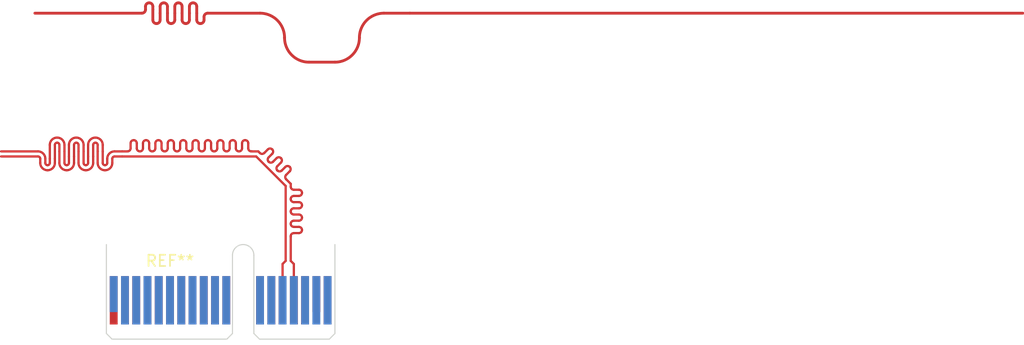
<source format=kicad_pcb>
(kicad_pcb (version 20211014) (generator pcbnew)
  (layers (0 "F.Cu" signal) (31 "B.Cu" signal) (34 "B.Paste" user) (35 "F.Paste" user) (36 "B.SilkS" user "B.Silkscreen") (37 "F.SilkS" user "F.Silkscreen") (38 "B.Mask" user) (39 "F.Mask" user) (44 "Edge.Cuts" user))
  (net 0 "")
  (net 1 "TEST_N")
  (net 2 "TEST_P")
  (footprint "Connector_PCBEdge:BUS_PCIexpress_x1" (layer "F.Cu") (at 73.5 110.75)
    (fp_text reference "REF**" (at 5 -3.5) (layer "F.SilkS"))
    (fp_text value "BUS_PCIexpress_x1")
    (fp_line (start 10.55 -4) (end 10.55 2.95) (layer "Edge.Cuts") (width 0.1))
    (fp_line (start 19.65 2.95) (end 19.15 3.45) (layer "Edge.Cuts") (width 0.1))
    (fp_line (start 12.45 -4) (end 12.45 2.95) (layer "Edge.Cuts") (width 0.1))
    (fp_line (start -0.15 3.45) (end 10.05 3.45) (layer "Edge.Cuts") (width 0.1))
    (fp_line (start 12.95 3.45) (end 19.15 3.45) (layer "Edge.Cuts") (width 0.1))
    (fp_line (start 12.45 2.95) (end 12.95 3.45) (layer "Edge.Cuts") (width 0.1))
    (fp_line (start 19.65 -4.95) (end 19.65 2.95) (layer "Edge.Cuts") (width 0.1))
    (fp_line (start -0.65 -4.95) (end -0.65 2.95) (layer "Edge.Cuts") (width 0.1))
    (fp_line (start -0.65 2.95) (end -0.15 3.45) (layer "Edge.Cuts") (width 0.1))
    (fp_line (start 10.55 2.95) (end 10.05 3.45) (layer "Edge.Cuts") (width 0.1))
    (fp_arc (start 10.55 -4) (mid 11.5 -4.95) (end 12.45 -4) (layer "Edge.Cuts") (width 0.1))
    (pad "A1" connect rect locked (at 0 -0.55) (size 0.7 3.2) (layers "B.Cu" "B.Mask"))
    (pad "A2" connect rect locked (at 1 0) (size 0.7 4.3) (layers "B.Cu" "B.Mask"))
    (pad "A3" connect rect locked (at 2 0) (size 0.7 4.3) (layers "B.Cu" "B.Mask"))
    (pad "A4" connect rect locked (at 3 0) (size 0.7 4.3) (layers "B.Cu" "B.Mask"))
    (pad "A5" connect rect locked (at 4 0) (size 0.7 4.3) (layers "B.Cu" "B.Mask"))
    (pad "A6" connect rect locked (at 5 0) (size 0.7 4.3) (layers "B.Cu" "B.Mask"))
    (pad "A7" connect rect locked (at 6 0) (size 0.7 4.3) (layers "B.Cu" "B.Mask"))
    (pad "A8" connect rect locked (at 7 0) (size 0.7 4.3) (layers "B.Cu" "B.Mask"))
    (pad "A9" connect rect locked (at 8 0) (size 0.7 4.3) (layers "B.Cu" "B.Mask"))
    (pad "A10" connect rect locked (at 9 0) (size 0.7 4.3) (layers "B.Cu" "B.Mask"))
    (pad "A11" connect rect locked (at 10 0) (size 0.7 4.3) (layers "B.Cu" "B.Mask"))
    (pad "A12" connect rect locked (at 13 0) (size 0.7 4.3) (layers "B.Cu" "B.Mask"))
    (pad "A13" connect rect locked (at 14 0) (size 0.7 4.3) (layers "B.Cu" "B.Mask"))
    (pad "A14" connect rect locked (at 15 0) (size 0.7 4.3) (layers "B.Cu" "B.Mask"))
    (pad "A15" connect rect locked (at 16 0) (size 0.7 4.3) (layers "B.Cu" "B.Mask"))
    (pad "A16" connect rect locked (at 17 0) (size 0.7 4.3) (layers "B.Cu" "B.Mask"))
    (pad "A17" connect rect locked (at 18 0) (size 0.7 4.3) (layers "B.Cu" "B.Mask"))
    (pad "A18" connect rect locked (at 19 0) (size 0.7 4.3) (layers "B.Cu" "B.Mask"))
    (pad "B1" connect rect locked (at 0 0) (size 0.7 4.3) (layers "F.Cu" "F.Mask"))
    (pad "B2" connect rect locked (at 1 0) (size 0.7 4.3) (layers "F.Cu" "F.Mask"))
    (pad "B3" connect rect locked (at 2 0) (size 0.7 4.3) (layers "F.Cu" "F.Mask"))
    (pad "B4" connect rect locked (at 3 0) (size 0.7 4.3) (layers "F.Cu" "F.Mask"))
    (pad "B5" connect rect locked (at 4 0) (size 0.7 4.3) (layers "F.Cu" "F.Mask"))
    (pad "B6" connect rect locked (at 5 0) (size 0.7 4.3) (layers "F.Cu" "F.Mask"))
    (pad "B7" connect rect locked (at 6 0) (size 0.7 4.3) (layers "F.Cu" "F.Mask"))
    (pad "B8" connect rect locked (at 7 0) (size 0.7 4.3) (layers "F.Cu" "F.Mask"))
    (pad "B9" connect rect locked (at 8 0) (size 0.7 4.3) (layers "F.Cu" "F.Mask"))
    (pad "B10" connect rect locked (at 9 0) (size 0.7 4.3) (layers "F.Cu" "F.Mask"))
    (pad "B11" connect rect locked (at 10 0) (size 0.7 4.3) (layers "F.Cu" "F.Mask"))
    (pad "B12" connect rect locked (at 13 0) (size 0.7 4.3) (layers "F.Cu" "F.Mask"))
    (pad "B13" connect rect locked (at 14 0) (size 0.7 4.3) (layers "F.Cu" "F.Mask"))
    (pad "B14" connect rect locked (at 15 0) (size 0.7 4.3) (layers "F.Cu" "F.Mask") (net 1 "TEST_N"))
    (pad "B15" connect rect locked (at 16 0) (size 0.7 4.3) (layers "F.Cu" "F.Mask") (net 2 "TEST_P"))
    (pad "B16" connect rect locked (at 17 0) (size 0.7 4.3) (layers "F.Cu" "F.Mask"))
    (pad "B17" connect rect locked (at 18 -0.55) (size 0.7 3.2) (layers "F.Cu" "F.Mask"))
    (pad "B18" connect rect locked (at 19 0) (size 0.7 4.3) (layers "F.Cu" "F.Mask"))
  )
  (segment (start 79.575 85.25) (end 79.575 85.847553) (width 0.25) (layer "F.Cu") (net 0))
  (segment (start 77.625 85.847553) (end 77.625 85.25) (width 0.25) (layer "F.Cu") (net 0))
  (segment (start 81.525 85.847553) (end 81.525 85.575) (width 0.25) (layer "F.Cu") (net 0))
  (segment (start 78.925 85.847553) (end 78.925 85.25) (width 0.25) (layer "F.Cu") (net 0))
  (segment (start 80.225 85.847553) (end 80.225 85.25) (width 0.25) (layer "F.Cu") (net 0))
  (segment (start 81.85 85.25) (end 86.5 85.25) (width 0.25) (layer "F.Cu") (net 0))
  (segment (start 77.625 85.25) (end 77.625 84.652447) (width 0.25) (layer "F.Cu") (net 0))
  (segment (start 76.975 84.925) (end 76.975 85.847553) (width 0.25) (layer "F.Cu") (net 0))
  (segment (start 76.975 84.652447) (end 76.975 84.925) (width 0.25) (layer "F.Cu") (net 0))
  (segment (start 90.85 89.6) (end 93.15 89.6) (width 0.25) (layer "F.Cu") (net 0))
  (segment (start 97.5 85.25) (end 99.8 85.25) (width 0.25) (layer "F.Cu") (net 0))
  (segment (start 80.875 85.25) (end 80.875 85.847553) (width 0.25) (layer "F.Cu") (net 0))
  (segment (start 66.5 85.25) (end 76 85.25) (width 0.25) (layer "F.Cu") (net 0))
  (segment (start 99.8 85.25) (end 154.25 85.25) (width 0.25) (layer "F.Cu") (net 0))
  (segment (start 78.275 84.652447) (end 78.275 85.25) (width 0.25) (layer "F.Cu") (net 0))
  (segment (start 78.275 85.25) (end 78.275 85.847553) (width 0.25) (layer "F.Cu") (net 0))
  (segment (start 80.875 84.652447) (end 80.875 85.25) (width 0.25) (layer "F.Cu") (net 0))
  (segment (start 79.575 84.652447) (end 79.575 85.25) (width 0.25) (layer "F.Cu") (net 0))
  (segment (start 80.225 85.25) (end 80.225 84.652447) (width 0.25) (layer "F.Cu") (net 0))
  (segment (start 76.325 84.925) (end 76.325 84.652447) (width 0.25) (layer "F.Cu") (net 0))
  (segment (start 78.925 85.25) (end 78.925 84.652447) (width 0.25) (layer "F.Cu") (net 0))
  (arc (start 78.6 86.172553) (mid 78.82981 86.077363) (end 78.925 85.847553) (width 0.25) (layer "F.Cu") (net 0))
  (arc (start 79.25 84.327447) (mid 79.47981 84.422637) (end 79.575 84.652447) (width 0.25) (layer "F.Cu") (net 0))
  (arc (start 77.3 86.172553) (mid 77.52981 86.077363) (end 77.625 85.847553) (width 0.25) (layer "F.Cu") (net 0))
  (arc (start 77.625 84.652447) (mid 77.72019 84.422637) (end 77.95 84.327447) (width 0.25) (layer "F.Cu") (net 0))
  (arc (start 93.15 89.6) (mid 94.687957 88.962957) (end 95.325 87.425) (width 0.25) (layer "F.Cu") (net 0))
  (arc (start 88.675 87.425) (mid 89.312043 88.962957) (end 90.85 89.6) (width 0.25) (layer "F.Cu") (net 0))
  (arc (start 76.325 84.652447) (mid 76.42019 84.422637) (end 76.65 84.327447) (width 0.25) (layer "F.Cu") (net 0))
  (arc (start 80.55 84.327447) (mid 80.77981 84.422637) (end 80.875 84.652447) (width 0.25) (layer "F.Cu") (net 0))
  (arc (start 80.225 84.652447) (mid 80.32019 84.422637) (end 80.55 84.327447) (width 0.25) (layer "F.Cu") (net 0))
  (arc (start 81.525 85.575) (mid 81.62019 85.34519) (end 81.85 85.25) (width 0.25) (layer "F.Cu") (net 0))
  (arc (start 76.975 85.847553) (mid 77.07019 86.077363) (end 77.3 86.172553) (width 0.25) (layer "F.Cu") (net 0))
  (arc (start 95.325 87.425) (mid 95.962043 85.887043) (end 97.5 85.25) (width 0.25) (layer "F.Cu") (net 0))
  (arc (start 86.5 85.25) (mid 88.037957 85.887043) (end 88.675 87.425) (width 0.25) (layer "F.Cu") (net 0))
  (arc (start 80.875 85.847553) (mid 80.97019 86.077363) (end 81.2 86.172553) (width 0.25) (layer "F.Cu") (net 0))
  (arc (start 77.95 84.327447) (mid 78.17981 84.422637) (end 78.275 84.652447) (width 0.25) (layer "F.Cu") (net 0))
  (arc (start 78.925 84.652447) (mid 79.02019 84.422637) (end 79.25 84.327447) (width 0.25) (layer "F.Cu") (net 0))
  (arc (start 81.2 86.172553) (mid 81.42981 86.077363) (end 81.525 85.847553) (width 0.25) (layer "F.Cu") (net 0))
  (arc (start 79.575 85.847553) (mid 79.67019 86.077363) (end 79.9 86.172553) (width 0.25) (layer "F.Cu") (net 0))
  (arc (start 76.65 84.327447) (mid 76.87981 84.422637) (end 76.975 84.652447) (width 0.25) (layer "F.Cu") (net 0))
  (arc (start 79.9 86.172553) (mid 80.12981 86.077363) (end 80.225 85.847553) (width 0.25) (layer "F.Cu") (net 0))
  (arc (start 76 85.25) (mid 76.22981 85.15481) (end 76.325 84.925) (width 0.25) (layer "F.Cu") (net 0))
  (arc (start 78.275 85.847553) (mid 78.37019 86.077363) (end 78.6 86.172553) (width 0.25) (layer "F.Cu") (net 0))
  (segment (start 71.675 98.55) (end 71.675 97.975) (width 0.2) (layer "F.Cu") (net 1))
  (segment (start 86.1568 97.975) (end 88.775 100.5932) (width 0.2) (layer "F.Cu") (net 1))
  (segment (start 72.075 96.95) (end 72.075 97.525) (width 0.2) (layer "F.Cu") (net 1))
  (segment (start 88.775 107.249999) (end 88.5 107.524999) (width 0.2) (layer "F.Cu") (net 1))
  (segment (start 70.375 96.95) (end 70.375 97.525) (width 0.2) (layer "F.Cu") (net 1))
  (segment (start 73.375 98.55) (end 73.375 98.175) (width 0.2) (layer "F.Cu") (net 1))
  (segment (start 66.975 98.175) (end 66.975 98.55) (width 0.2) (layer "F.Cu") (net 1))
  (segment (start 71.675 97.975) (end 71.675 96.95) (width 0.2) (layer "F.Cu") (net 1))
  (segment (start 69.975 97.975) (end 69.975 96.95) (width 0.2) (layer "F.Cu") (net 1))
  (segment (start 68.275 98.175) (end 68.275 96.95) (width 0.2) (layer "F.Cu") (net 1))
  (segment (start 88.775 100.5932) (end 88.775 107.249999) (width 0.2) (layer "F.Cu") (net 1))
  (segment (start 70.375 97.525) (end 70.375 98.55) (width 0.2) (layer "F.Cu") (net 1))
  (segment (start 69.975 98.55) (end 69.975 97.975) (width 0.2) (layer "F.Cu") (net 1))
  (segment (start 68.675 96.95) (end 68.675 97.525) (width 0.2) (layer "F.Cu") (net 1))
  (segment (start 68.275 98.55) (end 68.275 98.175) (width 0.2) (layer "F.Cu") (net 1))
  (segment (start 63.5 97.975) (end 66.775 97.975) (width 0.2) (layer "F.Cu") (net 1))
  (segment (start 73.575 97.975) (end 74.250366 97.975) (width 0.2) (layer "F.Cu") (net 1))
  (segment (start 72.075 97.525) (end 72.075 98.55) (width 0.2) (layer "F.Cu") (net 1))
  (segment (start 88.5 107.524999) (end 88.5 110.75) (width 0.2) (layer "F.Cu") (net 1))
  (segment (start 68.675 97.525) (end 68.675 98.55) (width 0.2) (layer "F.Cu") (net 1))
  (segment (start 74.250366 97.975) (end 86.1568 97.975) (width 0.2) (layer "F.Cu") (net 1))
  (arc (start 71.875 96.75) (mid 72.016421 96.808579) (end 72.075 96.95) (width 0.2) (layer "F.Cu") (net 1))
  (arc (start 66.775 97.975) (mid 66.916421 98.033579) (end 66.975 98.175) (width 0.2) (layer "F.Cu") (net 1))
  (arc (start 71.675 96.95) (mid 71.733579 96.808579) (end 71.875 96.75) (width 0.2) (layer "F.Cu") (net 1))
  (arc (start 69.325 99.2) (mid 69.784619 99.009619) (end 69.975 98.55) (width 0.2) (layer "F.Cu") (net 1))
  (arc (start 72.075 98.55) (mid 72.265381 99.009619) (end 72.725 99.2) (width 0.2) (layer "F.Cu") (net 1))
  (arc (start 70.175 96.75) (mid 70.316421 96.808579) (end 70.375 96.95) (width 0.2) (layer "F.Cu") (net 1))
  (arc (start 67.625 99.2) (mid 68.084619 99.009619) (end 68.275 98.55) (width 0.2) (layer "F.Cu") (net 1))
  (arc (start 71.025 99.2) (mid 71.484619 99.009619) (end 71.675 98.55) (width 0.2) (layer "F.Cu") (net 1))
  (arc (start 72.725 99.2) (mid 73.184619 99.009619) (end 73.375 98.55) (width 0.2) (layer "F.Cu") (net 1))
  (arc (start 73.375 98.175) (mid 73.433579 98.033579) (end 73.575 97.975) (width 0.2) (layer "F.Cu") (net 1))
  (arc (start 68.275 96.95) (mid 68.333579 96.808579) (end 68.475 96.75) (width 0.2) (layer "F.Cu") (net 1))
  (arc (start 66.975 98.55) (mid 67.165381 99.009619) (end 67.625 99.2) (width 0.2) (layer "F.Cu") (net 1))
  (arc (start 68.675 98.55) (mid 68.865381 99.009619) (end 69.325 99.2) (width 0.2) (layer "F.Cu") (net 1))
  (arc (start 68.475 96.75) (mid 68.616421 96.808579) (end 68.675 96.95) (width 0.2) (layer "F.Cu") (net 1))
  (arc (start 69.975 96.95) (mid 70.033579 96.808579) (end 70.175 96.75) (width 0.2) (layer "F.Cu") (net 1))
  (arc (start 70.375 98.55) (mid 70.565381 99.009619) (end 71.025 99.2) (width 0.2) (layer "F.Cu") (net 1))
  (segment (start 69.125 97.525) (end 69.125 98.55) (width 0.2) (layer "F.Cu") (net 2))
  (segment (start 86.873528 97.66642) (end 87.191727 97.348222) (width 0.2) (layer "F.Cu") (net 2))
  (segment (start 67.825 98.55) (end 67.825 98.175) (width 0.2) (layer "F.Cu") (net 2))
  (segment (start 69.125 96.95) (end 69.125 97.525) (width 0.2) (layer "F.Cu") (net 2))
  (segment (start 88.429163 99.222053) (end 88.429162 99.222054) (width 0.2) (layer "F.Cu") (net 2))
  (segment locked (start 81.05 96.8) (end 81.05 97.25) (width 0.2) (layer "F.Cu") (net 2))
  (segment locked (start 81.6 97.25) (end 81.6 96.8) (width 0.2) (layer "F.Cu") (net 2))
  (segment (start 89.5 102.0318) (end 89.95 102.0318) (width 0.2) (layer "F.Cu") (net 2))
  (segment (start 87.262435 98.444235) (end 87.262437 98.444237) (width 0.2) (layer "F.Cu") (net 2))
  (segment (start 89.95 103.6818) (end 89.5 103.6818) (width 0.2) (layer "F.Cu") (net 2))
  (segment (start 69.525 97.975) (end 69.525 96.95) (width 0.2) (layer "F.Cu") (net 2))
  (segment locked (start 83.25 96.8) (end 83.25 97.25) (width 0.2) (layer "F.Cu") (net 2))
  (segment (start 89.225 105.0568) (end 89.225 105.1068) (width 0.2) (layer "F.Cu") (net 2))
  (segment (start 73.575 97.525) (end 74.250366 97.525) (width 0.2) (layer "F.Cu") (net 2))
  (segment locked (start 84.35 96.8) (end 84.35 97.25) (width 0.2) (layer "F.Cu") (net 2))
  (segment (start 87.580634 97.737131) (end 87.580635 97.73713) (width 0.2) (layer "F.Cu") (net 2))
  (segment (start 89.136269 99.292764) (end 88.818069 99.610961) (width 0.2) (layer "F.Cu") (net 2))
  (segment (start 89.225 100.4068) (end 89.225 100.6568) (width 0.2) (layer "F.Cu") (net 2))
  (segment (start 88.429162 99.222054) (end 88.747361 98.903856) (width 0.2) (layer "F.Cu") (net 2))
  (segment (start 69.525 98.55) (end 69.525 97.975) (width 0.2) (layer "F.Cu") (net 2))
  (segment locked (start 77.75 96.8) (end 77.75 97.25) (width 0.2) (layer "F.Cu") (net 2))
  (segment locked (start 82.7 97.25) (end 82.7 96.8) (width 0.2) (layer "F.Cu") (net 2))
  (segment locked (start 77.2 97.25) (end 77.2 96.8) (width 0.2) (layer "F.Cu") (net 2))
  (segment (start 88.358453 98.12604) (end 88.358452 98.126039) (width 0.2) (layer "F.Cu") (net 2))
  (segment locked (start 74.250366 97.525) (end 74.725 97.525) (width 0.2) (layer "F.Cu") (net 2))
  (segment locked (start 84.9 97.25) (end 84.9 96.8) (width 0.2) (layer "F.Cu") (net 2))
  (segment locked (start 85.45 96.8) (end 85.45 97.25) (width 0.2) (layer "F.Cu") (net 2))
  (segment locked (start 79.4 97.25) (end 79.4 96.8) (width 0.2) (layer "F.Cu") (net 2))
  (segment (start 67.825 98.175) (end 67.825 96.95) (width 0.2) (layer "F.Cu") (net 2))
  (segment (start 89.95 101.4818) (end 89.5 101.4818) (width 0.2) (layer "F.Cu") (net 2))
  (segment (start 89.136268 99.292765) (end 89.136269 99.292764) (width 0.2) (layer "F.Cu") (net 2))
  (segment (start 89.95 104.7818) (end 89.5 104.7818) (width 0.2) (layer "F.Cu") (net 2))
  (segment (start 88.040252 99.222052) (end 88.040254 99.222054) (width 0.2) (layer "F.Cu") (net 2))
  (segment (start 88.040253 99.222053) (end 88.040252 99.222052) (width 0.2) (layer "F.Cu") (net 2))
  (segment (start 87.651346 98.444236) (end 87.651345 98.444237) (width 0.2) (layer "F.Cu") (net 2))
  (segment (start 85.775 97.525) (end 86.3432 97.525) (width 0.2) (layer "F.Cu") (net 2))
  (segment locked (start 78.3 97.25) (end 78.3 96.8) (width 0.2) (layer "F.Cu") (net 2))
  (segment (start 70.825 96.95) (end 70.825 97.525) (width 0.2) (layer "F.Cu") (net 2))
  (segment (start 86.873529 97.666419) (end 86.873528 97.66642) (width 0.2) (layer "F.Cu") (net 2))
  (segment (start 63.5 97.525) (end 66.775 97.525) (width 0.2) (layer "F.Cu") (net 2))
  (segment locked (start 78.85 96.8) (end 78.85 97.25) (width 0.2) (layer "F.Cu") (net 2))
  (segment locked (start 76.65 96.8) (end 76.65 97.25) (width 0.2) (layer "F.Cu") (net 2))
  (segment (start 89.225 107.249999) (end 89.5 107.524999) (width 0.2) (layer "F.Cu") (net 2))
  (segment (start 89.5 107.524999) (end 89.5 110.75) (width 0.2) (layer "F.Cu") (net 2))
  (segment (start 86.3432 97.525) (end 86.48462 97.66642) (width 0.2) (layer "F.Cu") (net 2))
  (segment (start 87.262436 98.444236) (end 87.262435 98.444235) (width 0.2) (layer "F.Cu") (net 2))
  (segment (start 72.525 96.95) (end 72.525 97.525) (width 0.2) (layer "F.Cu") (net 2))
  (segment locked (start 80.5 97.25) (end 80.5 96.8) (width 0.2) (layer "F.Cu") (net 2))
  (segment (start 88.818069 99.999869) (end 89.225 100.4068) (width 0.2) (layer "F.Cu") (net 2))
  (segment (start 89.225 105.1068) (end 89.225 107.249999) (width 0.2) (layer "F.Cu") (net 2))
  (segment (start 88.81807 99.99987) (end 88.818069 99.999869) (width 0.2) (layer "F.Cu") (net 2))
  (segment (start 89.13627 98.903857) (end 89.136269 98.903856) (width 0.2) (layer "F.Cu") (net 2))
  (segment (start 70.825 97.525) (end 70.825 98.55) (width 0.2) (layer "F.Cu") (net 2))
  (segment (start 88.358451 98.514948) (end 88.358452 98.514947) (width 0.2) (layer "F.Cu") (net 2))
  (segment (start 89.95 102.5818) (end 89.5 102.5818) (width 0.2) (layer "F.Cu") (net 2))
  (segment (start 72.525 97.525) (end 72.525 98.55) (width 0.2) (layer "F.Cu") (net 2))
  (segment (start 89.5 104.2318) (end 89.95 104.2318) (width 0.2) (layer "F.Cu") (net 2))
  (segment locked (start 83.8 97.25) (end 83.8 96.8) (width 0.2) (layer "F.Cu") (net 2))
  (segment (start 88.358452 98.514947) (end 88.040252 98.833144) (width 0.2) (layer "F.Cu") (net 2))
  (segment (start 89.5 103.1318) (end 89.95 103.1318) (width 0.2) (layer "F.Cu") (net 2))
  (segment locked (start 76.1 97.25) (end 76.1 96.8) (width 0.2) (layer "F.Cu") (net 2))
  (segment (start 87.580636 97.348223) (end 87.580635 97.348222) (width 0.2) (layer "F.Cu") (net 2))
  (segment locked (start 82.15 96.8) (end 82.15 97.25) (width 0.2) (layer "F.Cu") (net 2))
  (segment (start 72.925 98.55) (end 72.925 98.175) (width 0.2) (layer "F.Cu") (net 2))
  (segment (start 89.5 100.9318) (end 89.95 100.9318) (width 0.2) (layer "F.Cu") (net 2))
  (segment locked (start 79.95 96.8) (end 79.95 97.25) (width 0.2) (layer "F.Cu") (net 2))
  (segment locked (start 75.55 96.8) (end 75.55 97.25) (width 0.2) (layer "F.Cu") (net 2))
  (segment (start 67.425 98.175) (end 67.425 98.55) (width 0.2) (layer "F.Cu") (net 2))
  (segment locked (start 85.725 97.525) (end 85.775 97.525) (width 0.2) (layer "F.Cu") (net 2))
  (segment (start 87.580635 97.73713) (end 87.262435 98.055327) (width 0.2) (layer "F.Cu") (net 2))
  (segment (start 87.651345 98.444237) (end 87.969544 98.126039) (width 0.2) (layer "F.Cu") (net 2))
  (segment (start 71.225 98.55) (end 71.225 97.975) (width 0.2) (layer "F.Cu") (net 2))
  (segment (start 71.225 97.975) (end 71.225 96.95) (width 0.2) (layer "F.Cu") (net 2))
  (segment locked (start 75 97.25) (end 75 96.8) (width 0.2) (layer "F.Cu") (net 2))
  (arc locked (start 78.85 97.25) (mid 78.930546 97.444454) (end 79.125 97.525) (width 0.2) (layer "F.Cu") (net 2))
  (arc (start 71.025 98.75) (mid 71.166421 98.691421) (end 71.225 98.55) (width 0.2) (layer "F.Cu") (net 2))
  (arc locked (start 78.575 96.525) (mid 78.769454 96.605546) (end 78.85 96.8) (width 0.2) (layer "F.Cu") (net 2))
  (arc (start 71.225 96.95) (mid 71.415381 96.490381) (end 71.875 96.3) (width 0.2) (layer "F.Cu") (net 2))
  (arc locked (start 82.15 97.25) (mid 82.230546 97.444454) (end 82.425 97.525) (width 0.2) (layer "F.Cu") (net 2))
  (arc (start 89.95 103.1318) (mid 90.144454 103.212346) (end 90.225 103.4068) (width 0.2) (layer "F.Cu") (net 2))
  (arc (start 88.818069 99.610961) (mid 88.737524 99.805416) (end 88.81807 99.99987) (width 0.2) (layer "F.Cu") (net 2))
  (arc (start 88.040252 98.833144) (mid 87.959707 99.027599) (end 88.040253 99.222053) (width 0.2) (layer "F.Cu") (net 2))
  (arc (start 72.725 98.75) (mid 72.866421 98.691421) (end 72.925 98.55) (width 0.2) (layer "F.Cu") (net 2))
  (arc locked (start 75.825 97.525) (mid 76.019454 97.444454) (end 76.1 97.25) (width 0.2) (layer "F.Cu") (net 2))
  (arc locked (start 77.2 96.8) (mid 77.280546 96.605546) (end 77.475 96.525) (width 0.2) (layer "F.Cu") (net 2))
  (arc (start 72.525 98.55) (mid 72.583579 98.691421) (end 72.725 98.75) (width 0.2) (layer "F.Cu") (net 2))
  (arc locked (start 83.8 96.8) (mid 83.880546 96.605546) (end 84.075 96.525) (width 0.2) (layer "F.Cu") (net 2))
  (arc (start 88.747361 98.903856) (mid 88.941816 98.823311) (end 89.13627 98.903857) (width 0.2) (layer "F.Cu") (net 2))
  (arc (start 67.625 98.75) (mid 67.766421 98.691421) (end 67.825 98.55) (width 0.2) (layer "F.Cu") (net 2))
  (arc (start 70.175 96.3) (mid 70.634619 96.490381) (end 70.825 96.95) (width 0.2) (layer "F.Cu") (net 2))
  (arc (start 86.48462 97.66642) (mid 86.679075 97.746965) (end 86.873529 97.666419) (width 0.2) (layer "F.Cu") (net 2))
  (arc locked (start 80.775 96.525) (mid 80.969454 96.605546) (end 81.05 96.8) (width 0.2) (layer "F.Cu") (net 2))
  (arc locked (start 81.6 96.8) (mid 81.680546 96.605546) (end 81.875 96.525) (width 0.2) (layer "F.Cu") (net 2))
  (arc locked (start 79.125 97.525) (mid 79.319454 97.444454) (end 79.4 97.25) (width 0.2) (layer "F.Cu") (net 2))
  (arc (start 89.5 102.5818) (mid 89.305546 102.662346) (end 89.225 102.8568) (width 0.2) (layer "F.Cu") (net 2))
  (arc locked (start 82.975 96.525) (mid 83.169454 96.605546) (end 83.25 96.8) (width 0.2) (layer "F.Cu") (net 2))
  (arc locked (start 82.7 96.8) (mid 82.780546 96.605546) (end 82.975 96.525) (width 0.2) (layer "F.Cu") (net 2))
  (arc (start 87.262437 98.444237) (mid 87.456892 98.524782) (end 87.651346 98.444236) (width 0.2) (layer "F.Cu") (net 2))
  (arc (start 68.475 96.3) (mid 68.934619 96.490381) (end 69.125 96.95) (width 0.2) (layer "F.Cu") (net 2))
  (arc locked (start 75.55 97.25) (mid 75.630546 97.444454) (end 75.825 97.525) (width 0.2) (layer "F.Cu") (net 2))
  (arc locked (start 74.725 97.525) (mid 74.919454 97.444454) (end 75 97.25) (width 0.2) (layer "F.Cu") (net 2))
  (arc (start 89.225 103.9568) (mid 89.305546 104.151254) (end 89.5 104.2318) (width 0.2) (layer "F.Cu") (net 2))
  (arc locked (start 85.175 96.525) (mid 85.369454 96.605546) (end 85.45 96.8) (width 0.2) (layer "F.Cu") (net 2))
  (arc (start 70.825 98.55) (mid 70.883579 98.691421) (end 71.025 98.75) (width 0.2) (layer "F.Cu") (net 2))
  (arc (start 89.136269 98.903856) (mid 89.216814 99.098311) (end 89.136268 99.292765) (width 0.2) (layer "F.Cu") (net 2))
  (arc (start 87.191727 97.348222) (mid 87.386182 97.267677) (end 87.580636 97.348223) (width 0.2) (layer "F.Cu") (net 2))
  (arc (start 89.5 103.6818) (mid 89.305546 103.762346) (end 89.225 103.9568) (width 0.2) (layer "F.Cu") (net 2))
  (arc (start 66.775 97.525) (mid 67.234619 97.715381) (end 67.425 98.175) (width 0.2) (layer "F.Cu") (net 2))
  (arc (start 89.95 104.2318) (mid 90.144454 104.312346) (end 90.225 104.5068) (width 0.2) (layer "F.Cu") (net 2))
  (arc (start 89.95 102.0318) (mid 90.144454 102.112346) (end 90.225 102.3068) (width 0.2) (layer "F.Cu") (net 2))
  (arc (start 71.875 96.3) (mid 72.334619 96.490381) (end 72.525 96.95) (width 0.2) (layer "F.Cu") (net 2))
  (arc locked (start 76.65 97.25) (mid 76.730546 97.444454) (end 76.925 97.525) (width 0.2) (layer "F.Cu") (net 2))
  (arc (start 87.580635 97.348222) (mid 87.66118 97.542677) (end 87.580634 97.737131) (width 0.2) (layer "F.Cu") (net 2))
  (arc (start 89.225 101.7568) (mid 89.305546 101.951254) (end 89.5 102.0318) (width 0.2) (layer "F.Cu") (net 2))
  (arc locked (start 75 96.8) (mid 75.080546 96.605546) (end 75.275 96.525) (width 0.2) (layer "F.Cu") (net 2))
  (arc (start 67.825 96.95) (mid 68.015381 96.490381) (end 68.475 96.3) (width 0.2) (layer "F.Cu") (net 2))
  (arc (start 89.225 102.8568) (mid 89.305546 103.051254) (end 89.5 103.1318) (width 0.2) (layer "F.Cu") (net 2))
  (arc locked (start 78.3 96.8) (mid 78.380546 96.605546) (end 78.575 96.525) (width 0.2) (layer "F.Cu") (net 2))
  (arc locked (start 80.225 97.525) (mid 80.419454 97.444454) (end 80.5 97.25) (width 0.2) (layer "F.Cu") (net 2))
  (arc (start 72.925 98.175) (mid 73.115381 97.715381) (end 73.575 97.525) (width 0.2) (layer "F.Cu") (net 2))
  (arc (start 90.225 101.2068) (mid 90.144454 101.401254) (end 89.95 101.4818) (width 0.2) (layer "F.Cu") (net 2))
  (arc (start 90.225 104.5068) (mid 90.144454 104.701254) (end 89.95 104.7818) (width 0.2) (layer "F.Cu") (net 2))
  (arc (start 87.262435 98.055327) (mid 87.18189 98.249782) (end 87.262436 98.444236) (width 0.2) (layer "F.Cu") (net 2))
  (arc locked (start 77.75 97.25) (mid 77.830546 97.444454) (end 78.025 97.525) (width 0.2) (layer "F.Cu") (net 2))
  (arc locked (start 80.5 96.8) (mid 80.580546 96.605546) (end 80.775 96.525) (width 0.2) (layer "F.Cu") (net 2))
  (arc locked (start 83.25 97.25) (mid 83.330546 97.444454) (end 83.525 97.525) (width 0.2) (layer "F.Cu") (net 2))
  (arc locked (start 84.625 97.525) (mid 84.819454 97.444454) (end 84.9 97.25) (width 0.2) (layer "F.Cu") (net 2))
  (arc (start 90.225 102.3068) (mid 90.144454 102.501254) (end 89.95 102.5818) (width 0.2) (layer "F.Cu") (net 2))
  (arc (start 89.5 104.7818) (mid 89.305546 104.862346) (end 89.225 105.0568) (width 0.2) (layer "F.Cu") (net 2))
  (arc locked (start 76.925 97.525) (mid 77.119454 97.444454) (end 77.2 97.25) (width 0.2) (layer "F.Cu") (net 2))
  (arc locked (start 76.1 96.8) (mid 76.180546 96.605546) (end 76.375 96.525) (width 0.2) (layer "F.Cu") (net 2))
  (arc locked (start 84.9 96.8) (mid 84.980546 96.605546) (end 85.175 96.525) (width 0.2) (layer "F.Cu") (net 2))
  (arc locked (start 81.875 96.525) (mid 82.069454 96.605546) (end 82.15 96.8) (width 0.2) (layer "F.Cu") (net 2))
  (arc locked (start 84.35 97.25) (mid 84.430546 97.444454) (end 84.625 97.525) (width 0.2) (layer "F.Cu") (net 2))
  (arc locked (start 84.075 96.525) (mid 84.269454 96.605546) (end 84.35 96.8) (width 0.2) (layer "F.Cu") (net 2))
  (arc (start 89.5 101.4818) (mid 89.305546 101.562346) (end 89.225 101.7568) (width 0.2) (layer "F.Cu") (net 2))
  (arc locked (start 79.675 96.525) (mid 79.869454 96.605546) (end 79.95 96.8) (width 0.2) (layer "F.Cu") (net 2))
  (arc (start 69.525 96.95) (mid 69.715381 96.490381) (end 70.175 96.3) (width 0.2) (layer "F.Cu") (net 2))
  (arc (start 67.425 98.55) (mid 67.483579 98.691421) (end 67.625 98.75) (width 0.2) (layer "F.Cu") (net 2))
  (arc (start 89.95 100.9318) (mid 90.144454 101.012346) (end 90.225 101.2068) (width 0.2) (layer "F.Cu") (net 2))
  (arc (start 87.969544 98.126039) (mid 88.163999 98.045494) (end 88.358453 98.12604) (width 0.2) (layer "F.Cu") (net 2))
  (arc locked (start 79.95 97.25) (mid 80.030546 97.444454) (end 80.225 97.525) (width 0.2) (layer "F.Cu") (net 2))
  (arc locked (start 78.025 97.525) (mid 78.219454 97.444454) (end 78.3 97.25) (width 0.2) (layer "F.Cu") (net 2))
  (arc locked (start 81.325 97.525) (mid 81.519454 97.444454) (end 81.6 97.25) (width 0.2) (layer "F.Cu") (net 2))
  (arc locked (start 82.425 97.525) (mid 82.619454 97.444454) (end 82.7 97.25) (width 0.2) (layer "F.Cu") (net 2))
  (arc (start 90.225 103.4068) (mid 90.144454 103.601254) (end 89.95 103.6818) (width 0.2) (layer "F.Cu") (net 2))
  (arc (start 89.225 100.6568) (mid 89.305546 100.851254) (end 89.5 100.9318) (width 0.2) (layer "F.Cu") (net 2))
  (arc locked (start 77.475 96.525) (mid 77.669454 96.605546) (end 77.75 96.8) (width 0.2) (layer "F.Cu") (net 2))
  (arc locked (start 76.375 96.525) (mid 76.569454 96.605546) (end 76.65 96.8) (width 0.2) (layer "F.Cu") (net 2))
  (arc (start 88.040254 99.222054) (mid 88.234709 99.302599) (end 88.429163 99.222053) (width 0.2) (layer "F.Cu") (net 2))
  (arc locked (start 79.4 96.8) (mid 79.480546 96.605546) (end 79.675 96.525) (width 0.2) (layer "F.Cu") (net 2))
  (arc locked (start 83.525 97.525) (mid 83.719454 97.444454) (end 83.8 97.25) (width 0.2) (layer "F.Cu") (net 2))
  (arc (start 88.358452 98.126039) (mid 88.438997 98.320494) (end 88.358451 98.514948) (width 0.2) (layer "F.Cu") (net 2))
  (arc locked (start 81.05 97.25) (mid 81.130546 97.444454) (end 81.325 97.525) (width 0.2) (layer "F.Cu") (net 2))
  (arc (start 69.125 98.55) (mid 69.183579 98.691421) (end 69.325 98.75) (width 0.2) (layer "F.Cu") (net 2))
  (arc locked (start 85.45 97.25) (mid 85.530546 97.444454) (end 85.725 97.525) (width 0.2) (layer "F.Cu") (net 2))
  (arc (start 69.325 98.75) (mid 69.466421 98.691421) (end 69.525 98.55) (width 0.2) (layer "F.Cu") (net 2))
  (arc locked (start 75.275 96.525) (mid 75.469454 96.605546) (end 75.55 96.8) (width 0.2) (layer "F.Cu") (net 2))
)
</source>
